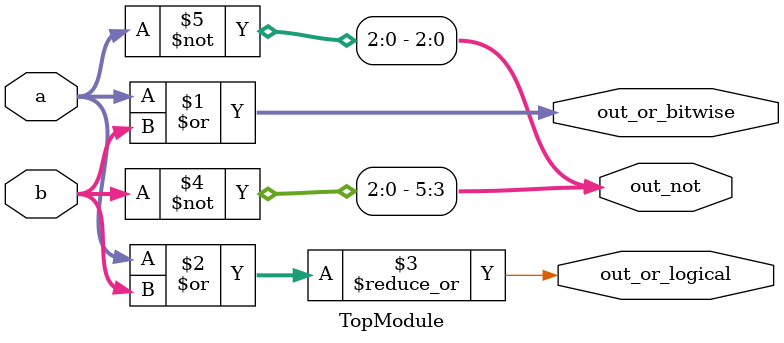
<source format=sv>

module TopModule (
    input  wire [2:0] a,              // 3-bit input a
    input  wire [2:0] b,              // 3-bit input b
    output wire [2:0] out_or_bitwise, // 3-bit output for bitwise OR
    output wire out_or_logical,       // 1-bit output for logical OR
    output wire [5:0] out_not         // 6-bit output for NOT
);

// Bitwise OR of the two 3-bit inputs
assign out_or_bitwise = a | b;

// Logical OR of the two vectors; a logical OR returns 1 if any bit is 1
assign out_or_logical = |(a | b);

// NOT operation
assign out_not[5:3] = ~b; // Upper half: NOT of b
assign out_not[2:0] = ~a; // Lower half: NOT of a

endmodule
</source>
